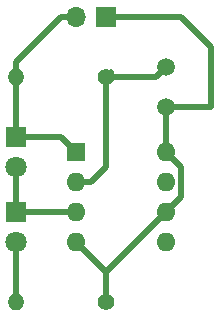
<source format=gbr>
%TF.GenerationSoftware,KiCad,Pcbnew,(5.1.9)-1*%
%TF.CreationDate,2021-03-23T22:36:06-04:00*%
%TF.ProjectId,Automated lighting,4175746f-6d61-4746-9564-206c69676874,rev?*%
%TF.SameCoordinates,Original*%
%TF.FileFunction,Copper,L1,Top*%
%TF.FilePolarity,Positive*%
%FSLAX46Y46*%
G04 Gerber Fmt 4.6, Leading zero omitted, Abs format (unit mm)*
G04 Created by KiCad (PCBNEW (5.1.9)-1) date 2021-03-23 22:36:06*
%MOMM*%
%LPD*%
G01*
G04 APERTURE LIST*
%TA.AperFunction,ComponentPad*%
%ADD10O,1.600000X1.600000*%
%TD*%
%TA.AperFunction,ComponentPad*%
%ADD11R,1.600000X1.600000*%
%TD*%
%TA.AperFunction,ComponentPad*%
%ADD12O,1.400000X1.400000*%
%TD*%
%TA.AperFunction,ComponentPad*%
%ADD13C,1.400000*%
%TD*%
%TA.AperFunction,ComponentPad*%
%ADD14C,1.500000*%
%TD*%
%TA.AperFunction,ComponentPad*%
%ADD15C,1.800000*%
%TD*%
%TA.AperFunction,ComponentPad*%
%ADD16R,1.800000X1.800000*%
%TD*%
%TA.AperFunction,ComponentPad*%
%ADD17O,1.700000X1.700000*%
%TD*%
%TA.AperFunction,ComponentPad*%
%ADD18R,1.700000X1.700000*%
%TD*%
%TA.AperFunction,Conductor*%
%ADD19C,0.500000*%
%TD*%
G04 APERTURE END LIST*
D10*
%TO.P,U1,8*%
%TO.N,Net-(BT1-Pad1)*%
X128270000Y-69850000D03*
%TO.P,U1,4*%
X120650000Y-77470000D03*
%TO.P,U1,7*%
%TO.N,Net-(U1-Pad7)*%
X128270000Y-72390000D03*
%TO.P,U1,3*%
%TO.N,Net-(D1-Pad1)*%
X120650000Y-74930000D03*
%TO.P,U1,6*%
%TO.N,Net-(BT1-Pad1)*%
X128270000Y-74930000D03*
%TO.P,U1,2*%
%TO.N,Net-(R1-Pad2)*%
X120650000Y-72390000D03*
%TO.P,U1,5*%
%TO.N,Net-(U1-Pad5)*%
X128270000Y-77470000D03*
D11*
%TO.P,U1,1*%
%TO.N,GND*%
X120650000Y-69850000D03*
%TD*%
D12*
%TO.P,R3,2*%
%TO.N,Net-(D1-Pad2)*%
X115570000Y-82550000D03*
D13*
%TO.P,R3,1*%
%TO.N,Net-(BT1-Pad1)*%
X123190000Y-82550000D03*
%TD*%
D12*
%TO.P,R2,2*%
%TO.N,GND*%
X115570000Y-63500000D03*
D13*
%TO.P,R2,1*%
%TO.N,Net-(R1-Pad2)*%
X123190000Y-63500000D03*
%TD*%
D14*
%TO.P,R1,2*%
%TO.N,Net-(R1-Pad2)*%
X128270000Y-62640000D03*
%TO.P,R1,1*%
%TO.N,Net-(BT1-Pad1)*%
X128270000Y-66040000D03*
%TD*%
D15*
%TO.P,D2,2*%
%TO.N,Net-(D1-Pad1)*%
X115570000Y-71120000D03*
D16*
%TO.P,D2,1*%
%TO.N,GND*%
X115570000Y-68580000D03*
%TD*%
D15*
%TO.P,D1,2*%
%TO.N,Net-(D1-Pad2)*%
X115570000Y-77470000D03*
D16*
%TO.P,D1,1*%
%TO.N,Net-(D1-Pad1)*%
X115570000Y-74930000D03*
%TD*%
D17*
%TO.P,BT1,2*%
%TO.N,GND*%
X120650000Y-58420000D03*
D18*
%TO.P,BT1,1*%
%TO.N,Net-(BT1-Pad1)*%
X123190000Y-58420000D03*
%TD*%
D19*
%TO.N,GND*%
X119380000Y-68580000D02*
X120650000Y-69850000D01*
X115570000Y-68580000D02*
X118110000Y-68580000D01*
X118110000Y-68580000D02*
X119380000Y-68580000D01*
X115570000Y-68580000D02*
X115570000Y-63500000D01*
X115570000Y-63500000D02*
X115570000Y-62230000D01*
X119380000Y-58420000D02*
X120650000Y-58420000D01*
X115570000Y-62230000D02*
X119380000Y-58420000D01*
%TO.N,Net-(BT1-Pad1)*%
X123190000Y-80010000D02*
X120650000Y-77470000D01*
X123190000Y-82550000D02*
X123190000Y-80010000D01*
X128270000Y-74930000D02*
X123190000Y-80010000D01*
X129520001Y-71100001D02*
X128270000Y-69850000D01*
X129520001Y-73679999D02*
X129520001Y-71100001D01*
X128270000Y-74930000D02*
X129520001Y-73679999D01*
X123190000Y-58420000D02*
X129540000Y-58420000D01*
X129540000Y-58420000D02*
X132080000Y-60960000D01*
X132080000Y-60960000D02*
X132080000Y-66040000D01*
X132080000Y-66040000D02*
X128270000Y-66040000D01*
X128270000Y-69850000D02*
X128270000Y-66040000D01*
%TO.N,Net-(D1-Pad2)*%
X115570000Y-77470000D02*
X115570000Y-82550000D01*
%TO.N,Net-(D1-Pad1)*%
X115570000Y-74930000D02*
X115570000Y-71120000D01*
X115570000Y-74930000D02*
X120650000Y-74930000D01*
%TO.N,Net-(R1-Pad2)*%
X123600000Y-63090000D02*
X123190000Y-63500000D01*
X120650000Y-72390000D02*
X121920000Y-72390000D01*
X121920000Y-72390000D02*
X123190000Y-71120000D01*
X123190000Y-71120000D02*
X123190000Y-63500000D01*
X127410000Y-63500000D02*
X128270000Y-62640000D01*
X123190000Y-63500000D02*
X127410000Y-63500000D01*
%TD*%
M02*

</source>
